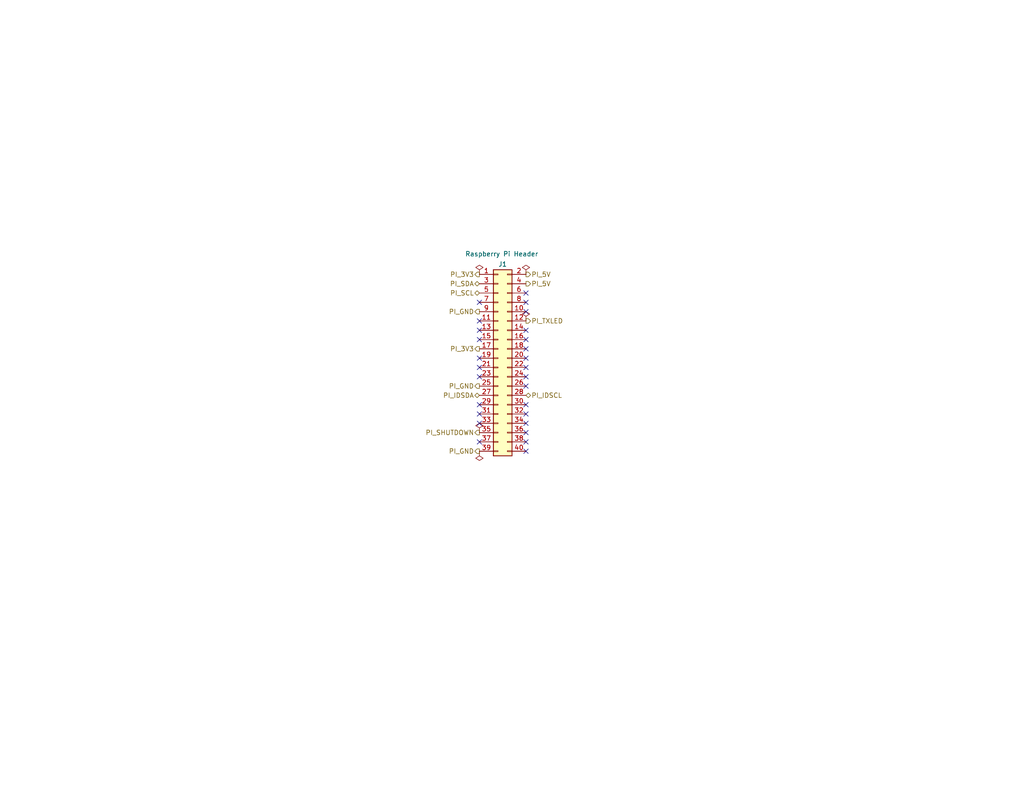
<source format=kicad_sch>
(kicad_sch (version 20250114) (generator "eeschema") (generator_version "9.0")
  (paper "A")
  (title_block (title "Raspberry Pi Header") (date "2026-02-14") (rev "0") (company "Lee C. Bussy [AA0NT]"))
  (lib_symbols
    (symbol "Wsprry Pi µHAT+:Raspberry Pi Header" (pin_names (offset 1.016) (hide yes))
      (property "Reference" "J" (at 1.27 25.4 0))
      (property "Value" "Raspberry Pi Header" (at 1.27 -27.94 0))
      (symbol "Raspberry Pi Header_1_1"
        (rectangle (start -1.27 24.13) (end 3.81 -26.67) (stroke (width 0.254)) (fill (type background)))
        (rectangle (start -1.27 22.987) (end 0 22.733) (stroke (width 0.1524)))
        (rectangle (start -1.27 20.447) (end 0 20.193) (stroke (width 0.1524)))
        (rectangle (start -1.27 17.907) (end 0 17.653) (stroke (width 0.1524)))
        (rectangle (start -1.27 15.367) (end 0 15.113) (stroke (width 0.1524)))
        (rectangle (start -1.27 12.827) (end 0 12.573) (stroke (width 0.1524)))
        (rectangle (start -1.27 10.287) (end 0 10.033) (stroke (width 0.1524)))
        (rectangle (start -1.27 7.747) (end 0 7.493) (stroke (width 0.1524)))
        (rectangle (start -1.27 5.207) (end 0 4.953) (stroke (width 0.1524)))
        (rectangle (start -1.27 2.667) (end 0 2.413) (stroke (width 0.1524)))
        (rectangle (start -1.27 0.127) (end 0 -0.127) (stroke (width 0.1524)))
        (rectangle (start -1.27 -2.413) (end 0 -2.667) (stroke (width 0.1524)))
        (rectangle (start -1.27 -4.953) (end 0 -5.207) (stroke (width 0.1524)))
        (rectangle (start -1.27 -7.493) (end 0 -7.747) (stroke (width 0.1524)))
        (rectangle (start -1.27 -10.033) (end 0 -10.287) (stroke (width 0.1524)))
        (rectangle (start -1.27 -12.573) (end 0 -12.827) (stroke (width 0.1524)))
        (rectangle (start -1.27 -15.113) (end 0 -15.367) (stroke (width 0.1524)))
        (rectangle (start -1.27 -17.653) (end 0 -17.907) (stroke (width 0.1524)))
        (rectangle (start -1.27 -20.193) (end 0 -20.447) (stroke (width 0.1524)))
        (rectangle (start -1.27 -22.733) (end 0 -22.987) (stroke (width 0.1524)))
        (rectangle (start -1.27 -25.273) (end 0 -25.527) (stroke (width 0.1524)))
        (rectangle (start 3.81 22.987) (end 2.54 22.733) (stroke (width 0.1524)))
        (rectangle (start 3.81 20.447) (end 2.54 20.193) (stroke (width 0.1524)))
        (rectangle (start 3.81 17.907) (end 2.54 17.653) (stroke (width 0.1524)))
        (rectangle (start 3.81 15.367) (end 2.54 15.113) (stroke (width 0.1524)))
        (rectangle (start 3.81 12.827) (end 2.54 12.573) (stroke (width 0.1524)))
        (rectangle (start 3.81 10.287) (end 2.54 10.033) (stroke (width 0.1524)))
        (rectangle (start 3.81 7.747) (end 2.54 7.493) (stroke (width 0.1524)))
        (rectangle (start 3.81 5.207) (end 2.54 4.953) (stroke (width 0.1524)))
        (rectangle (start 3.81 2.667) (end 2.54 2.413) (stroke (width 0.1524)))
        (rectangle (start 3.81 0.127) (end 2.54 -0.127) (stroke (width 0.1524)))
        (rectangle (start 3.81 -2.413) (end 2.54 -2.667) (stroke (width 0.1524)))
        (rectangle (start 3.81 -4.953) (end 2.54 -5.207) (stroke (width 0.1524)))
        (rectangle (start 3.81 -7.493) (end 2.54 -7.747) (stroke (width 0.1524)))
        (rectangle (start 3.81 -10.033) (end 2.54 -10.287) (stroke (width 0.1524)))
        (rectangle (start 3.81 -12.573) (end 2.54 -12.827) (stroke (width 0.1524)))
        (rectangle (start 3.81 -15.113) (end 2.54 -15.367) (stroke (width 0.1524)))
        (rectangle (start 3.81 -17.653) (end 2.54 -17.907) (stroke (width 0.1524)))
        (rectangle (start 3.81 -20.193) (end 2.54 -20.447) (stroke (width 0.1524)))
        (rectangle (start 3.81 -22.733) (end 2.54 -22.987) (stroke (width 0.1524)))
        (rectangle (start 3.81 -25.273) (end 2.54 -25.527) (stroke (width 0.1524)))
        (pin passive line (at -5.08 22.86 0) (length 3.81) (name "3V3") (number "1"))
        (pin passive line (at -5.08 20.32 0) (length 3.81) (name "I2C1_SDA") (number "3"))
        (pin passive line (at -5.08 17.78 0) (length 3.81) (name "I2C1_SCL") (number "5"))
        (pin passive line (at -5.08 15.24 0) (length 3.81) (name "Pin_7") (number "7"))
        (pin passive line (at -5.08 12.7 0) (length 3.81) (name "GND") (number "9"))
        (pin passive line (at -5.08 10.16 0) (length 3.81) (name "GPIO17") (number "11"))
        (pin passive line (at -5.08 7.62 0) (length 3.81) (name "GPIO27") (number "13"))
        (pin passive line (at -5.08 5.08 0) (length 3.81) (name "GPIO22") (number "15"))
        (pin passive line (at -5.08 2.54 0) (length 3.81) (name "3V3") (number "17"))
        (pin passive line (at -5.08 0 0) (length 3.81) (name "GPIO10") (number "19"))
        (pin passive line (at -5.08 -2.54 0) (length 3.81) (name "GPIO9") (number "21"))
        (pin passive line (at -5.08 -5.08 0) (length 3.81) (name "GPIO11") (number "23"))
        (pin passive line (at -5.08 -7.62 0) (length 3.81) (name "GND") (number "25"))
        (pin passive line (at -5.08 -10.16 0) (length 3.81) (name "ID_SDA") (number "27"))
        (pin passive line (at -5.08 -12.7 0) (length 3.81) (name "GPIO5") (number "29"))
        (pin passive line (at -5.08 -15.24 0) (length 3.81) (name "GPIO6") (number "31"))
        (pin passive line (at -5.08 -17.78 0) (length 3.81) (name "GPIO13") (number "33"))
        (pin passive line (at -5.08 -20.32 0) (length 3.81) (name "GPIO19") (number "35"))
        (pin passive line (at -5.08 -22.86 0) (length 3.81) (name "GPIO26") (number "37"))
        (pin passive line (at -5.08 -25.4 0) (length 3.81) (name "GND") (number "39"))
        (pin passive line (at 7.62 22.86 180) (length 3.81) (name "5V") (number "2"))
        (pin passive line (at 7.62 20.32 180) (length 3.81) (name "5V") (number "4"))
        (pin passive line (at 7.62 17.78 180) (length 3.81) (name "GND") (number "6"))
        (pin passive line (at 7.62 15.24 180) (length 3.81) (name "GPIO14") (number "8"))
        (pin passive line (at 7.62 12.7 180) (length 3.81) (name "GPIO15") (number "10"))
        (pin passive line (at 7.62 10.16 180) (length 3.81) (name "GPIO18") (number "12"))
        (pin passive line (at 7.62 7.62 180) (length 3.81) (name "GND") (number "14"))
        (pin passive line (at 7.62 5.08 180) (length 3.81) (name "GPIO23") (number "16"))
        (pin passive line (at 7.62 2.54 180) (length 3.81) (name "GPIO24") (number "18"))
        (pin passive line (at 7.62 0 180) (length 3.81) (name "GND") (number "20"))
        (pin passive line (at 7.62 -2.54 180) (length 3.81) (name "GPIO25") (number "22"))
        (pin passive line (at 7.62 -5.08 180) (length 3.81) (name "GPIO8") (number "24"))
        (pin passive line (at 7.62 -7.62 180) (length 3.81) (name "GPIO7") (number "26"))
        (pin passive line (at 7.62 -10.16 180) (length 3.81) (name "ID_SCL") (number "28"))
        (pin passive line (at 7.62 -12.7 180) (length 3.81) (name "GND") (number "30"))
        (pin passive line (at 7.62 -15.24 180) (length 3.81) (name "GPIO12") (number "32"))
        (pin passive line (at 7.62 -17.78 180) (length 3.81) (name "GND") (number "34"))
        (pin passive line (at 7.62 -20.32 180) (length 3.81) (name "GPIO16") (number "36"))
        (pin passive line (at 7.62 -22.86 180) (length 3.81) (name "GPIO20") (number "38"))
        (pin passive line (at 7.62 -25.4 180) (length 3.81) (name "GPIO12") (number "40"))
      )
    )
    (symbol "power:PWR_FLAG" (power) (pin_numbers (hide yes)) (pin_names (offset 0) (hide yes))
      (property "Value" "PWR_FLAG" (at 0 3.81 0))
      (symbol "PWR_FLAG_0_0"
        (pin power_out line (at 0 0 90) (length 0) (name "~") (number "1"))
      )
      (symbol "PWR_FLAG_0_1"
        (polyline (pts (xy 0 0) (xy 0 1.27) (xy -1.016 1.905) (xy 0 2.54) (xy 1.016 1.905) (xy 0 1.27)))
      )
    )
  )
  (no_connect (at 143.51 100.33))
  (no_connect (at 143.51 92.71))
  (no_connect (at 143.51 85.09))
  (no_connect (at 143.51 82.55))
  (no_connect (at 130.81 90.17))
  (no_connect (at 130.81 102.87))
  (no_connect (at 143.51 110.49))
  (no_connect (at 143.51 113.03))
  (no_connect (at 143.51 80.01))
  (no_connect (at 130.81 92.71))
  (no_connect (at 143.51 105.41))
  (no_connect (at 143.51 120.65))
  (no_connect (at 130.81 113.03))
  (no_connect (at 143.51 90.17))
  (no_connect (at 130.81 82.55))
  (no_connect (at 130.81 110.49))
  (no_connect (at 143.51 95.25))
  (no_connect (at 143.51 118.11))
  (no_connect (at 130.81 115.57))
  (no_connect (at 143.51 123.19))
  (no_connect (at 143.51 115.57))
  (no_connect (at 130.81 100.33))
  (no_connect (at 143.51 97.79))
  (no_connect (at 130.81 97.79))
  (no_connect (at 130.81 120.65))
  (no_connect (at 130.81 87.63))
  (no_connect (at 143.51 102.87))
  (hierarchical_label "PI_TXLED" (shape output) (at 143.51 87.63 0))
  (hierarchical_label "PI_5V" (shape output) (at 143.51 74.93 0))
  (hierarchical_label "PI_3V3" (shape output) (at 130.81 74.93 180))
  (hierarchical_label "PI_5V" (shape output) (at 143.51 77.47 0))
  (hierarchical_label "PI_GND" (shape output) (at 130.81 85.09 180))
  (hierarchical_label "PI_IDSDA" (shape bidirectional) (at 130.81 107.95 180))
  (hierarchical_label "PI_SDA" (shape bidirectional) (at 130.81 77.47 180))
  (hierarchical_label "PI_GND" (shape output) (at 130.81 105.41 180))
  (hierarchical_label "PI_3V3" (shape output) (at 130.81 95.25 180))
  (hierarchical_label "PI_GND" (shape output) (at 130.81 123.19 180))
  (hierarchical_label "PI_SCL" (shape bidirectional) (at 130.81 80.01 180))
  (hierarchical_label "PI_SHUTDOWN" (shape output) (at 130.81 118.11 180))
  (hierarchical_label "PI_IDSCL" (shape bidirectional) (at 143.51 107.95 0))
  (symbol (lib_id "power:PWR_FLAG") (at 143.51 87.63 0) (unit 1)
    (property "Reference" "#FLG05" (effects (hide yes)))
    (property "Value" "PWR_FLAG" (effects (hide yes)))
    (property "Description" "Special symbol for telling ERC where power comes from" (effects (hide yes)))
  )
  (symbol (lib_id "Wsprry Pi µHAT+:Raspberry Pi Header") (at 135.89 97.79 0) (unit 1)
    (property "Reference" "J1" (at 137.16 72.136 0))
    (property "Value" "Raspberry Pi Header" (at 136.906 69.342 0))
    (property "Footprint" "Wsprry Pi µHAT+:PinSocket_2x20_P2.54mm_Vertical" (effects (hide yes)))
    (property "Description" "Generic connector, double row, 02x20, odd/even pin numbering scheme (row 1 odd numbers, row 2 even numbers), script generated (kicad-library-utils/schlib/autogen/connector/)" (effects (hide yes)))
  )
  (symbol (lib_id "power:PWR_FLAG") (at 130.81 123.19 180) (unit 1)
    (property "Reference" "#FLG03" (effects (hide yes)))
    (property "Value" "PWR_FLAG" (effects (hide yes)))
    (property "Description" "Special symbol for telling ERC where power comes from" (effects (hide yes)))
  )
  (symbol (lib_id "power:PWR_FLAG") (at 130.81 74.93 0) (unit 1)
    (property "Reference" "#FLG01" (effects (hide yes)))
    (property "Value" "PWR_FLAG" (effects (hide yes)))
    (property "Description" "Special symbol for telling ERC where power comes from" (effects (hide yes)))
  )
  (symbol (lib_id "power:PWR_FLAG") (at 143.51 74.93 0) (unit 1)
    (property "Reference" "#FLG04" (effects (hide yes)))
    (property "Value" "PWR_FLAG" (effects (hide yes)))
    (property "Description" "Special symbol for telling ERC where power comes from" (effects (hide yes)))
  )
  (symbol (lib_id "power:PWR_FLAG") (at 130.81 118.11 0) (unit 1)
    (property "Reference" "#FLG02" (effects (hide yes)))
    (property "Value" "PWR_FLAG" (effects (hide yes)))
    (property "Description" "Special symbol for telling ERC where power comes from" (effects (hide yes)))
  )
)
</source>
